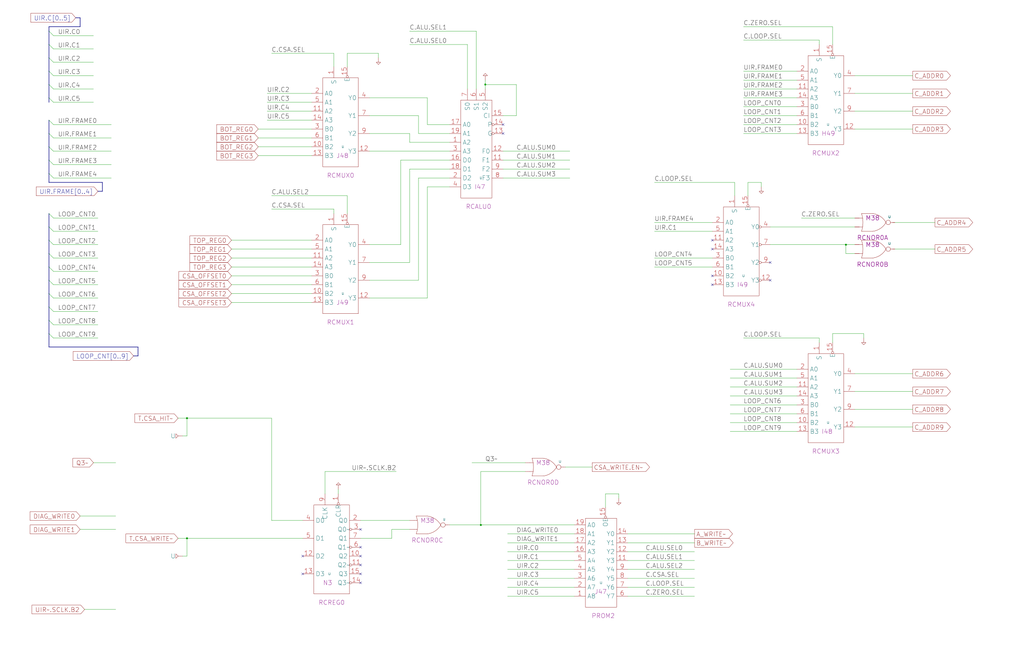
<source format=kicad_sch>
(kicad_sch (version 20220404) (generator eeschema)
  (paper "User" 584.2 378.46)
  (title_block (title "REGISTER FILE CONTROL\\nC ADDRESS GENERATION") (date "15-MAR-90") (rev "1.0") (comment 1 "TYPE") (comment 2 "232-003062") (comment 3 "S400") (comment 4 "RELEASED"))
  (lib_symbols
    (symbol "r1000:F02" (pin_numbers hide) (pin_names hide)
      (property "Reference" "U" (at 12.16 0.635 0))
      (property "Value" "F02" (at -1.27 -4.445 0))
      (property "Location" "___" (at 2.54 0 0))
      (property "Name" "______" (at 2.54 -12.7 0))
      (symbol "F02_0_1"
        (arc (start -3.81 -7.62) (mid -2.9847 -2.54) (end -3.81 2.54) (stroke (width 0.1524)))
        (polyline (pts (xy -5.08 -5.08) (xy -3.175 -5.08)) (stroke (width 0.1524)))
        (polyline (pts (xy -5.08 0) (xy -3.175 0)) (stroke (width 0.1524)))
        (polyline (pts (xy -3.81 -7.62) (xy 2.54 -7.62)) (stroke (width 0.1524)))
        (polyline (pts (xy -3.81 2.54) (xy 2.54 2.54)) (stroke (width 0.1524)))
        (polyline (pts (xy 13.97 -2.54) (xy 12.7 -2.54)) (stroke (width 0.1524)))
        (arc (start 2.54 -7.62) (mid 6.9515 -5.9823) (end 10.16 -2.54) (stroke (width 0.1524)))
        (arc (start 10.16 -2.54) (mid 6.9478 0.8966) (end 2.54 2.54) (stroke (width 0.1524)))
        (circle (center 11.43 -2.54) (radius 1.27) (stroke (width 0.1524)))
      )
      (symbol "F02_0_2"
        (circle (center -3.81 -5.08) (radius 1.27) (stroke (width 0.1524)))
        (circle (center -3.81 0) (radius 1.27) (stroke (width 0.1524)))
        (polyline (pts (xy -2.54 -7.62) (xy 5.08 -7.62)) (stroke (width 0.1524)))
        (polyline (pts (xy -2.54 2.54) (xy -2.54 -7.62)) (stroke (width 0.1524)))
        (polyline (pts (xy -2.54 2.54) (xy 5.08 2.54)) (stroke (width 0.1524)))
        (polyline (pts (xy 11.43 -2.54) (xy 10.16 -2.54)) (stroke (width 0.1524)))
        (polyline (pts (xy 11.43 -2.54) (xy 12.7 -2.54)) (stroke (width 0.1524)))
        (arc (start 5.08 -7.62) (mid 10.1282 -2.54) (end 5.08 2.54) (stroke (width 0.1524)))
      )
      (symbol "F02_1_1"
        (pin input line (at -7.62 0 0) (length 2.54) (name "D0") (number "1"))
        (pin input line (at -7.62 -5.08 0) (length 2.54) (name "D1") (number "2"))
        (pin output line (at 15.24 -2.54 180) (length 1.27) (name "Q") (number "3"))
      )
      (symbol "F02_1_2"
        (pin input line (at -7.62 0 0) (length 2.54) (name "D0") (number "1"))
        (pin input line (at -7.62 -5.08 0) (length 2.54) (name "D1") (number "2"))
        (pin output line (at 15.24 -2.54 180) (length 2.54) (name "Q") (number "3"))
      )
    )
    (symbol "r1000:F157" (pin_names (offset 1.016))
      (property "Reference" "U" (at 2.54 5.08 0))
      (property "Value" "F157" (at -3.81 -5.08 0))
      (property "Location" "___" (at -1.27 0 0))
      (property "Name" "______" (at 1.27 -12.7 0))
      (symbol "F157_1_1"
        (rectangle (start -8.89 44.45) (end 11.43 -6.35))
        (circle (center 5.08 45.085) (radius 0.635))
        (pin input line (at -2.54 50.8 270) (length 6.35) (name "S") (number "1"))
        (pin input line (at -15.24 5.08 0) (length 6.35) (name "B2") (number "10"))
        (pin input line (at -15.24 25.4 0) (length 6.35) (name "A2") (number "11"))
        (pin output line (at 17.78 2.54 180) (length 6.35) (name "Y3") (number "12"))
        (pin input line (at -15.24 0 0) (length 6.35) (name "B3") (number "13"))
        (pin input line (at -15.24 20.32 0) (length 6.35) (name "A3") (number "14"))
        (pin input line (at 5.08 50.8 270) (length 5.08) (name "E") (number "15"))
        (pin input line (at -15.24 35.56 0) (length 6.35) (name "A0") (number "2"))
        (pin input line (at -15.24 15.24 0) (length 6.35) (name "B0") (number "3"))
        (pin output line (at 17.78 33.02 180) (length 6.35) (name "Y0") (number "4"))
        (pin input line (at -15.24 30.48 0) (length 6.35) (name "A1") (number "5"))
        (pin input line (at -15.24 10.16 0) (length 6.35) (name "B1") (number "6"))
        (pin output line (at 17.78 22.86 180) (length 6.35) (name "Y1") (number "7"))
        (pin output line (at 17.78 12.7 180) (length 6.35) (name "Y2") (number "9"))
      )
    )
    (symbol "r1000:F158" (pin_names (offset 1.016))
      (property "Reference" "U" (at 2.54 5.08 0))
      (property "Value" "F158" (at -3.81 -5.08 0))
      (property "Location" "___" (at -1.27 0 0))
      (property "Name" "______" (at 1.27 -12.7 0))
      (symbol "F158_1_1"
        (rectangle (start -8.89 44.45) (end 11.43 -6.35))
        (circle (center 5.08 45.085) (radius 0.635))
        (circle (center 12.065 2.54) (radius 0.635))
        (circle (center 12.065 12.7) (radius 0.635))
        (circle (center 12.065 22.86) (radius 0.635))
        (circle (center 12.065 33.02) (radius 0.635))
        (pin input line (at -2.54 50.8 270) (length 6.35) (name "S") (number "1"))
        (pin input line (at -15.24 5.08 0) (length 6.35) (name "B2") (number "10"))
        (pin input line (at -15.24 25.4 0) (length 6.35) (name "A2") (number "11"))
        (pin output line (at 17.78 2.54 180) (length 5.08) (name "Y3") (number "12"))
        (pin input line (at -15.24 0 0) (length 6.35) (name "B3") (number "13"))
        (pin input line (at -15.24 20.32 0) (length 6.35) (name "A3") (number "14"))
        (pin input line (at 5.08 50.8 270) (length 5.08) (name "E") (number "15"))
        (pin input line (at -15.24 35.56 0) (length 6.35) (name "A0") (number "2"))
        (pin input line (at -15.24 15.24 0) (length 6.35) (name "B0") (number "3"))
        (pin output line (at 17.78 33.02 180) (length 5.08) (name "Y0") (number "4"))
        (pin input line (at -15.24 30.48 0) (length 6.35) (name "A1") (number "5"))
        (pin input line (at -15.24 10.16 0) (length 6.35) (name "B1") (number "6"))
        (pin output line (at 17.78 22.86 180) (length 5.08) (name "Y1") (number "7"))
        (pin output line (at 17.78 12.7 180) (length 5.08) (name "Y2") (number "9"))
      )
    )
    (symbol "r1000:F175" (pin_names (offset 1.016))
      (property "Reference" "U" (at 2.54 5.08 0))
      (property "Value" "F175" (at -1.27 -5.08 0))
      (property "Location" "___" (at -1.27 0 0))
      (property "Name" "______" (at 3.81 -12.7 0))
      (symbol "F175_1_1"
        (rectangle (start -6.35 44.45) (end 13.97 -6.35))
        (circle (center 7.62 45.085) (radius 0.635))
        (circle (center 14.605 0) (radius 0.635))
        (circle (center 14.605 10.16) (radius 0.635))
        (circle (center 14.605 20.32) (radius 0.635))
        (circle (center 14.605 30.48) (radius 0.635))
        (pin input line (at 7.62 50.8 270) (length 5.08) (name "CLR") (number "1"))
        (pin output line (at 20.32 15.24 180) (length 6.35) (name "Q2") (number "10"))
        (pin output line (at 20.32 10.16 180) (length 5.08) (name "Q2~") (number "11"))
        (pin input line (at -12.7 15.24 0) (length 6.35) (name "D2") (number "12"))
        (pin input line (at -12.7 5.08 0) (length 6.35) (name "D3") (number "13"))
        (pin output line (at 20.32 0 180) (length 5.08) (name "Q3~") (number "14"))
        (pin output line (at 20.32 5.08 180) (length 6.35) (name "Q3") (number "15"))
        (pin output line (at 20.32 35.56 180) (length 6.35) (name "Q0") (number "2"))
        (pin output line (at 20.32 30.48 180) (length 5.08) (name "Q0~") (number "3"))
        (pin input line (at -12.7 35.56 0) (length 6.35) (name "D0") (number "4"))
        (pin input line (at -12.7 25.4 0) (length 6.35) (name "D1") (number "5"))
        (pin output line (at 20.32 20.32 180) (length 5.08) (name "Q1~") (number "6"))
        (pin output line (at 20.32 25.4 180) (length 6.35) (name "Q1") (number "7"))
        (pin input line (at 0 50.8 270) (length 6.35) (name "CLK") (number "9"))
      )
    )
    (symbol "r1000:F381" (pin_names (offset 1.016))
      (property "Reference" "U" (at 2.54 5.08 0))
      (property "Value" "F381" (at -3.81 -5.08 0))
      (property "Location" "___" (at -1.27 0 0))
      (property "Name" "______" (at 1.27 -12.7 0))
      (symbol "F381_1_1"
        (rectangle (start -8.89 49.53) (end 8.89 -6.35))
        (circle (center 9.525 30.48) (radius 0.635))
        (circle (center 9.525 35.56) (radius 0.635))
        (pin input line (at -15.24 25.4 0) (length 6.35) (name "A2") (number "1"))
        (pin output line (at 15.24 15.24 180) (length 6.35) (name "F1") (number "11"))
        (pin output line (at 15.24 20.32 180) (length 6.35) (name "F0") (number "12"))
        (pin output line (at 15.24 30.48 180) (length 5.08) (name "G") (number "13"))
        (pin output line (at 15.24 35.56 180) (length 5.08) (name "P") (number "14"))
        (pin input line (at 15.24 40.64 180) (length 6.35) (name "CI") (number "15"))
        (pin input line (at -15.24 15.24 0) (length 6.35) (name "D0") (number "16"))
        (pin input line (at -15.24 35.56 0) (length 6.35) (name "A0") (number "17"))
        (pin input line (at -15.24 10.16 0) (length 6.35) (name "D1") (number "18"))
        (pin input line (at -15.24 30.48 0) (length 6.35) (name "A1") (number "19"))
        (pin input line (at -15.24 5.08 0) (length 6.35) (name "D2") (number "2"))
        (pin input line (at -15.24 20.32 0) (length 6.35) (name "A3") (number "3"))
        (pin input line (at -15.24 0 0) (length 6.35) (name "D3") (number "4"))
        (pin input line (at 5.08 55.88 270) (length 6.35) (name "S2") (number "5"))
        (pin input line (at 0 55.88 270) (length 6.35) (name "S1") (number "6"))
        (pin input line (at -5.08 55.88 270) (length 6.35) (name "S0") (number "7"))
        (pin output line (at 15.24 5.08 180) (length 6.35) (name "F3") (number "8"))
        (pin output line (at 15.24 10.16 180) (length 6.35) (name "F2") (number "9"))
      )
    )
    (symbol "r1000:GB" (pin_numbers hide) (pin_names (offset 0) hide)
      (property "Reference" "GB" (at 3.81 0 0))
      (symbol "GB_0_1"
        (polyline (pts (xy 2.54 0) (xy 3.81 1.27) (xy 3.81 -1.27) (xy 2.54 0)) (stroke (width 0.1524)))
      )
      (symbol "GB_1_1"
        (pin bidirectional line (at 0 0 0) (length 2.54) (name "") (number "1"))
      )
    )
    (symbol "r1000:PAxxx" (pin_names (offset 1.016))
      (property "Reference" "U" (at 2.54 5.08 0))
      (property "Value" "PAxxx" (at -3.81 -7.62 0))
      (property "Location" "___" (at -1.27 0 0))
      (property "Name" "______" (at 3.81 -15.24 0))
      (symbol "PAxxx_1_1"
        (rectangle (start -6.35 41.91) (end 11.43 -8.89))
        (circle (center 5.08 42.545) (radius 0.635))
        (pin input line (at -12.7 -2.54 0) (length 6.35) (name "A8") (number "1"))
        (pin tri_state line (at 17.78 17.78 180) (length 6.35) (name "Y3") (number "11"))
        (pin tri_state line (at 17.78 22.86 180) (length 6.35) (name "Y2") (number "12"))
        (pin tri_state line (at 17.78 27.94 180) (length 6.35) (name "Y1") (number "13"))
        (pin tri_state line (at 17.78 33.02 180) (length 6.35) (name "Y0") (number "14"))
        (pin input line (at 5.08 48.26 270) (length 5.08) (name "OE") (number "15"))
        (pin input line (at -12.7 22.86 0) (length 6.35) (name "A3") (number "16"))
        (pin input line (at -12.7 27.94 0) (length 6.35) (name "A2") (number "17"))
        (pin input line (at -12.7 33.02 0) (length 6.35) (name "A1") (number "18"))
        (pin input line (at -12.7 38.1 0) (length 6.35) (name "A0") (number "19"))
        (pin input line (at -12.7 2.54 0) (length 6.35) (name "A7") (number "2"))
        (pin input line (at -12.7 7.62 0) (length 6.35) (name "A6") (number "3"))
        (pin input line (at -12.7 12.7 0) (length 6.35) (name "A5") (number "4"))
        (pin input line (at -12.7 17.78 0) (length 6.35) (name "A4") (number "5"))
        (pin tri_state line (at 17.78 -2.54 180) (length 6.35) (name "Y7") (number "6"))
        (pin tri_state line (at 17.78 2.54 180) (length 6.35) (name "Y6") (number "7"))
        (pin tri_state line (at 17.78 7.62 180) (length 6.35) (name "Y5") (number "8"))
        (pin tri_state line (at 17.78 12.7 180) (length 6.35) (name "Y4") (number "9"))
      )
    )
    (symbol "r1000:PD" (power) (pin_numbers hide) (pin_names hide) (in_bom no)
      (symbol "PD_0_1"
        (polyline (pts (xy 0 -2.54) (xy 1.27 -2.54) (xy 0 -3.81) (xy -1.27 -2.54) (xy 0 -2.54)) (stroke (width 0.1524)))
      )
      (symbol "PD_1_1"
        (pin power_in line (at 0 0 270) (length 2.54) (name "PD") (number "1"))
      )
    )
    (symbol "r1000:PU" (power) (pin_numbers hide) (pin_names hide)
      (symbol "PU_0_1"
        (polyline (pts (xy 0 2.54) (xy -1.27 2.54) (xy 0 3.81) (xy 1.27 2.54) (xy 0 2.54)) (stroke (width 0.1524)))
      )
      (symbol "PU_1_1"
        (pin power_in line (at 0 0 90) (length 2.54) (name "PU") (number "1"))
      )
    )
  )
  (junction (at 274.32 299.72))
  (junction (at 482.6 139.7))
  (junction (at 106.68 307.34))
  (junction (at 106.68 238.76))
  (junction (at 276.86 48.26))
  (no_connect (at 406.4 162.56))
  (no_connect (at 439.42 160.02))
  (no_connect (at 205.74 302.26))
  (no_connect (at 205.74 327.66))
  (no_connect (at 287.02 71.12))
  (no_connect (at 172.72 317.5))
  (no_connect (at 205.74 312.42))
  (no_connect (at 205.74 332.74))
  (no_connect (at 205.74 317.5))
  (no_connect (at 406.4 157.48))
  (no_connect (at 172.72 327.66))
  (no_connect (at 205.74 322.58))
  (no_connect (at 406.4 137.16))
  (no_connect (at 439.42 149.86))
  (no_connect (at 287.02 76.2))
  (no_connect (at 406.4 142.24))
  (bus_entry (at 27.94 121.92) (size 2.54 2.54))
  (bus_entry (at 27.94 167.64) (size 2.54 2.54))
  (bus_entry (at 27.94 190.5) (size 2.54 2.54))
  (bus_entry (at 27.94 25.4) (size 2.54 2.54))
  (bus_entry (at 27.94 40.64) (size 2.54 2.54))
  (bus_entry (at 27.94 48.26) (size 2.54 2.54))
  (bus_entry (at 27.94 182.88) (size 2.54 2.54))
  (bus_entry (at 27.94 17.78) (size 2.54 2.54))
  (bus_entry (at 27.94 129.54) (size 2.54 2.54))
  (bus_entry (at 27.94 33.02) (size 2.54 2.54))
  (bus_entry (at 27.94 160.02) (size 2.54 2.54))
  (bus_entry (at 27.94 55.88) (size 2.54 2.54))
  (bus_entry (at 27.94 144.78) (size 2.54 2.54))
  (bus_entry (at 27.94 152.4) (size 2.54 2.54))
  (bus_entry (at 27.94 137.16) (size 2.54 2.54))
  (bus_entry (at 27.94 68.58) (size 2.54 2.54))
  (bus_entry (at 27.94 83.82) (size 2.54 2.54))
  (bus_entry (at 27.94 91.44) (size 2.54 2.54))
  (bus_entry (at 27.94 99.06) (size 2.54 2.54))
  (bus_entry (at 27.94 76.2) (size 2.54 2.54))
  (bus_entry (at 27.94 175.26) (size 2.54 2.54))
  (wire (pts (xy 373.38 132.08) (xy 406.4 132.08)))
  (wire (pts (xy 45.72 294.64) (xy 66.04 294.64)))
  (wire (pts (xy 287.02 91.44) (xy 325.12 91.44)))
  (wire (pts (xy 210.82 139.7) (xy 228.6 139.7)))
  (wire (pts (xy 147.32 73.66) (xy 177.8 73.66)))
  (wire (pts (xy 274.32 299.72) (xy 327.66 299.72)))
  (bus (pts (xy 45.72 15.24) (xy 27.94 15.24)))
  (wire (pts (xy 48.26 347.98) (xy 66.04 347.98)))
  (wire (pts (xy 474.98 190.5) (xy 492.76 190.5)))
  (wire (pts (xy 30.48 50.8) (xy 53.34 50.8)))
  (bus (pts (xy 27.94 33.02) (xy 27.94 40.64)))
  (wire (pts (xy 30.48 71.12) (xy 63.5 71.12)))
  (wire (pts (xy 289.56 325.12) (xy 327.66 325.12)))
  (wire (pts (xy 228.6 91.44) (xy 256.54 91.44)))
  (wire (pts (xy 294.64 48.26) (xy 276.86 48.26)))
  (wire (pts (xy 419.1 111.76) (xy 419.1 104.14)))
  (wire (pts (xy 238.76 66.04) (xy 238.76 76.2)))
  (bus (pts (xy 27.94 167.64) (xy 27.94 175.26)))
  (wire (pts (xy 510.54 127) (xy 533.4 127)))
  (wire (pts (xy 416.56 215.9) (xy 454.66 215.9)))
  (wire (pts (xy 132.08 137.16) (xy 177.8 137.16)))
  (wire (pts (xy 233.68 81.28) (xy 233.68 76.2)))
  (wire (pts (xy 30.48 147.32) (xy 55.88 147.32)))
  (wire (pts (xy 30.48 154.94) (xy 55.88 154.94)))
  (wire (pts (xy 289.56 330.2) (xy 327.66 330.2)))
  (bus (pts (xy 78.74 198.12) (xy 27.94 198.12)))
  (wire (pts (xy 373.38 127) (xy 406.4 127)))
  (wire (pts (xy 243.84 106.68) (xy 243.84 170.18)))
  (wire (pts (xy 215.9 30.48) (xy 198.12 30.48)))
  (wire (pts (xy 30.48 20.32) (xy 53.34 20.32)))
  (wire (pts (xy 492.76 190.5) (xy 492.76 193.04)))
  (wire (pts (xy 154.94 297.18) (xy 172.72 297.18)))
  (wire (pts (xy 101.6 307.34) (xy 106.68 307.34)))
  (wire (pts (xy 30.48 132.08) (xy 55.88 132.08)))
  (wire (pts (xy 238.76 160.02) (xy 238.76 101.6)))
  (wire (pts (xy 487.68 63.5) (xy 520.7 63.5)))
  (wire (pts (xy 289.56 309.88) (xy 327.66 309.88)))
  (wire (pts (xy 276.86 48.26) (xy 276.86 50.8)))
  (bus (pts (xy 27.94 76.2) (xy 27.94 83.82)))
  (bus (pts (xy 58.42 109.22) (xy 58.42 104.14)))
  (bus (pts (xy 27.94 99.06) (xy 27.94 104.14)))
  (wire (pts (xy 185.42 281.94) (xy 185.42 269.24)))
  (wire (pts (xy 215.9 33.02) (xy 215.9 30.48)))
  (wire (pts (xy 193.04 279.4) (xy 193.04 281.94)))
  (wire (pts (xy 416.56 231.14) (xy 454.66 231.14)))
  (wire (pts (xy 487.68 223.52) (xy 520.7 223.52)))
  (wire (pts (xy 223.52 302.26) (xy 223.52 307.34)))
  (wire (pts (xy 373.38 152.4) (xy 406.4 152.4)))
  (wire (pts (xy 228.6 139.7) (xy 228.6 91.44)))
  (bus (pts (xy 76.2 203.2) (xy 78.74 203.2)))
  (bus (pts (xy 27.94 91.44) (xy 27.94 99.06)))
  (wire (pts (xy 243.84 55.88) (xy 210.82 55.88)))
  (wire (pts (xy 30.48 86.36) (xy 63.5 86.36)))
  (wire (pts (xy 424.18 40.64) (xy 454.66 40.64)))
  (wire (pts (xy 256.54 106.68) (xy 243.84 106.68)))
  (wire (pts (xy 510.54 142.24) (xy 533.4 142.24)))
  (wire (pts (xy 132.08 172.72) (xy 177.8 172.72)))
  (wire (pts (xy 487.68 73.66) (xy 520.7 73.66)))
  (bus (pts (xy 27.94 48.26) (xy 27.94 55.88)))
  (wire (pts (xy 30.48 78.74) (xy 63.5 78.74)))
  (wire (pts (xy 424.18 50.8) (xy 454.66 50.8)))
  (bus (pts (xy 27.94 83.82) (xy 27.94 91.44)))
  (wire (pts (xy 266.7 50.8) (xy 266.7 25.4)))
  (bus (pts (xy 27.94 175.26) (xy 27.94 182.88)))
  (wire (pts (xy 467.36 22.86) (xy 424.18 22.86)))
  (wire (pts (xy 53.34 264.16) (xy 66.04 264.16)))
  (wire (pts (xy 274.32 299.72) (xy 274.32 269.24)))
  (wire (pts (xy 256.54 299.72) (xy 274.32 299.72)))
  (wire (pts (xy 487.68 43.18) (xy 520.7 43.18)))
  (wire (pts (xy 416.56 241.3) (xy 454.66 241.3)))
  (wire (pts (xy 132.08 162.56) (xy 177.8 162.56)))
  (wire (pts (xy 416.56 220.98) (xy 454.66 220.98)))
  (wire (pts (xy 238.76 101.6) (xy 256.54 101.6)))
  (wire (pts (xy 30.48 139.7) (xy 55.88 139.7)))
  (wire (pts (xy 190.5 38.1) (xy 190.5 30.48)))
  (wire (pts (xy 190.5 121.92) (xy 190.5 119.38)))
  (wire (pts (xy 271.78 17.78) (xy 233.68 17.78)))
  (wire (pts (xy 223.52 307.34) (xy 205.74 307.34)))
  (wire (pts (xy 147.32 88.9) (xy 177.8 88.9)))
  (wire (pts (xy 289.56 304.8) (xy 327.66 304.8)))
  (wire (pts (xy 106.68 307.34) (xy 172.72 307.34)))
  (wire (pts (xy 30.48 43.18) (xy 53.34 43.18)))
  (wire (pts (xy 424.18 55.88) (xy 454.66 55.88)))
  (wire (pts (xy 474.98 25.4) (xy 474.98 15.24)))
  (wire (pts (xy 30.48 193.04) (xy 55.88 193.04)))
  (wire (pts (xy 424.18 45.72) (xy 454.66 45.72)))
  (wire (pts (xy 358.14 314.96) (xy 396.24 314.96)))
  (wire (pts (xy 287.02 101.6) (xy 325.12 101.6)))
  (wire (pts (xy 210.82 160.02) (xy 238.76 160.02)))
  (wire (pts (xy 233.68 149.86) (xy 210.82 149.86)))
  (wire (pts (xy 289.56 320.04) (xy 327.66 320.04)))
  (wire (pts (xy 30.48 101.6) (xy 63.5 101.6)))
  (wire (pts (xy 198.12 30.48) (xy 198.12 38.1)))
  (wire (pts (xy 152.4 58.42) (xy 177.8 58.42)))
  (wire (pts (xy 289.56 314.96) (xy 327.66 314.96)))
  (wire (pts (xy 467.36 25.4) (xy 467.36 22.86)))
  (wire (pts (xy 457.2 124.46) (xy 487.68 124.46)))
  (wire (pts (xy 154.94 238.76) (xy 154.94 297.18)))
  (wire (pts (xy 416.56 236.22) (xy 454.66 236.22)))
  (wire (pts (xy 152.4 68.58) (xy 177.8 68.58)))
  (wire (pts (xy 132.08 152.4) (xy 177.8 152.4)))
  (wire (pts (xy 487.68 243.84) (xy 520.7 243.84)))
  (wire (pts (xy 106.68 238.76) (xy 154.94 238.76)))
  (wire (pts (xy 294.64 66.04) (xy 294.64 48.26)))
  (wire (pts (xy 104.14 248.92) (xy 106.68 248.92)))
  (wire (pts (xy 30.48 93.98) (xy 63.5 93.98)))
  (wire (pts (xy 487.68 213.36) (xy 520.7 213.36)))
  (wire (pts (xy 210.82 86.36) (xy 256.54 86.36)))
  (wire (pts (xy 132.08 147.32) (xy 177.8 147.32)))
  (bus (pts (xy 55.88 109.22) (xy 58.42 109.22)))
  (wire (pts (xy 30.48 124.46) (xy 55.88 124.46)))
  (wire (pts (xy 30.48 27.94) (xy 53.34 27.94)))
  (wire (pts (xy 439.42 129.54) (xy 487.68 129.54)))
  (wire (pts (xy 210.82 66.04) (xy 238.76 66.04)))
  (bus (pts (xy 58.42 104.14) (xy 27.94 104.14)))
  (wire (pts (xy 190.5 119.38) (xy 154.94 119.38)))
  (bus (pts (xy 45.72 10.16) (xy 45.72 15.24)))
  (wire (pts (xy 416.56 246.38) (xy 454.66 246.38)))
  (wire (pts (xy 482.6 139.7) (xy 487.68 139.7)))
  (wire (pts (xy 353.06 284.48) (xy 353.06 281.94)))
  (wire (pts (xy 198.12 111.76) (xy 154.94 111.76)))
  (bus (pts (xy 27.94 17.78) (xy 27.94 25.4)))
  (wire (pts (xy 30.48 185.42) (xy 55.88 185.42)))
  (wire (pts (xy 487.68 144.78) (xy 482.6 144.78)))
  (wire (pts (xy 30.48 162.56) (xy 55.88 162.56)))
  (wire (pts (xy 416.56 210.82) (xy 454.66 210.82)))
  (bus (pts (xy 27.94 40.64) (xy 27.94 48.26)))
  (wire (pts (xy 358.14 330.2) (xy 396.24 330.2)))
  (wire (pts (xy 147.32 83.82) (xy 177.8 83.82)))
  (wire (pts (xy 104.14 317.5) (xy 106.68 317.5)))
  (bus (pts (xy 78.74 203.2) (xy 78.74 198.12)))
  (wire (pts (xy 373.38 147.32) (xy 406.4 147.32)))
  (bus (pts (xy 43.18 10.16) (xy 45.72 10.16)))
  (wire (pts (xy 358.14 335.28) (xy 396.24 335.28)))
  (wire (pts (xy 256.54 96.52) (xy 233.68 96.52)))
  (wire (pts (xy 482.6 144.78) (xy 482.6 139.7)))
  (wire (pts (xy 30.48 170.18) (xy 55.88 170.18)))
  (wire (pts (xy 132.08 157.48) (xy 177.8 157.48)))
  (wire (pts (xy 419.1 104.14) (xy 373.38 104.14)))
  (wire (pts (xy 353.06 281.94) (xy 345.44 281.94)))
  (wire (pts (xy 243.84 71.12) (xy 243.84 55.88)))
  (bus (pts (xy 27.94 55.88) (xy 27.94 58.42)))
  (bus (pts (xy 27.94 25.4) (xy 27.94 33.02)))
  (wire (pts (xy 233.68 76.2) (xy 210.82 76.2)))
  (wire (pts (xy 152.4 63.5) (xy 177.8 63.5)))
  (wire (pts (xy 426.72 104.14) (xy 434.34 104.14)))
  (wire (pts (xy 132.08 142.24) (xy 177.8 142.24)))
  (wire (pts (xy 345.44 281.94) (xy 345.44 289.56)))
  (wire (pts (xy 439.42 139.7) (xy 482.6 139.7)))
  (wire (pts (xy 358.14 320.04) (xy 396.24 320.04)))
  (wire (pts (xy 243.84 170.18) (xy 210.82 170.18)))
  (bus (pts (xy 27.94 182.88) (xy 27.94 190.5)))
  (wire (pts (xy 274.32 269.24) (xy 299.72 269.24)))
  (bus (pts (xy 27.94 129.54) (xy 27.94 137.16)))
  (bus (pts (xy 27.94 68.58) (xy 27.94 76.2)))
  (wire (pts (xy 424.18 71.12) (xy 454.66 71.12)))
  (wire (pts (xy 474.98 195.58) (xy 474.98 190.5)))
  (wire (pts (xy 152.4 53.34) (xy 177.8 53.34)))
  (wire (pts (xy 256.54 81.28) (xy 233.68 81.28)))
  (wire (pts (xy 106.68 317.5) (xy 106.68 307.34)))
  (bus (pts (xy 27.94 15.24) (xy 27.94 17.78)))
  (bus (pts (xy 27.94 160.02) (xy 27.94 167.64)))
  (wire (pts (xy 106.68 248.92) (xy 106.68 238.76)))
  (bus (pts (xy 27.94 137.16) (xy 27.94 144.78)))
  (wire (pts (xy 30.48 58.42) (xy 53.34 58.42)))
  (wire (pts (xy 233.68 96.52) (xy 233.68 149.86)))
  (wire (pts (xy 198.12 121.92) (xy 198.12 111.76)))
  (wire (pts (xy 426.72 111.76) (xy 426.72 104.14)))
  (wire (pts (xy 289.56 335.28) (xy 327.66 335.28)))
  (wire (pts (xy 101.6 238.76) (xy 106.68 238.76)))
  (wire (pts (xy 205.74 297.18) (xy 233.68 297.18)))
  (wire (pts (xy 190.5 30.48) (xy 154.94 30.48)))
  (wire (pts (xy 424.18 66.04) (xy 454.66 66.04)))
  (wire (pts (xy 289.56 340.36) (xy 327.66 340.36)))
  (wire (pts (xy 358.14 304.8) (xy 396.24 304.8)))
  (wire (pts (xy 487.68 53.34) (xy 520.7 53.34)))
  (wire (pts (xy 271.78 50.8) (xy 271.78 17.78)))
  (wire (pts (xy 30.48 35.56) (xy 53.34 35.56)))
  (wire (pts (xy 287.02 66.04) (xy 294.64 66.04)))
  (wire (pts (xy 358.14 340.36) (xy 396.24 340.36)))
  (wire (pts (xy 358.14 309.88) (xy 396.24 309.88)))
  (wire (pts (xy 276.86 45.72) (xy 276.86 48.26)))
  (wire (pts (xy 238.76 76.2) (xy 256.54 76.2)))
  (wire (pts (xy 233.68 302.26) (xy 223.52 302.26)))
  (wire (pts (xy 322.58 266.7) (xy 337.82 266.7)))
  (bus (pts (xy 27.94 121.92) (xy 27.94 129.54)))
  (wire (pts (xy 424.18 76.2) (xy 454.66 76.2)))
  (wire (pts (xy 467.36 195.58) (xy 467.36 193.04)))
  (wire (pts (xy 45.72 302.26) (xy 66.04 302.26)))
  (wire (pts (xy 266.7 25.4) (xy 233.68 25.4)))
  (wire (pts (xy 416.56 226.06) (xy 454.66 226.06)))
  (wire (pts (xy 185.42 269.24) (xy 226.06 269.24)))
  (wire (pts (xy 487.68 233.68) (xy 520.7 233.68)))
  (wire (pts (xy 269.24 264.16) (xy 299.72 264.16)))
  (wire (pts (xy 434.34 104.14) (xy 434.34 106.68)))
  (wire (pts (xy 467.36 193.04) (xy 424.18 193.04)))
  (wire (pts (xy 358.14 325.12) (xy 396.24 325.12)))
  (wire (pts (xy 256.54 71.12) (xy 243.84 71.12)))
  (wire (pts (xy 474.98 15.24) (xy 424.18 15.24)))
  (wire (pts (xy 132.08 167.64) (xy 177.8 167.64)))
  (wire (pts (xy 424.18 60.96) (xy 454.66 60.96)))
  (wire (pts (xy 287.02 86.36) (xy 325.12 86.36)))
  (wire (pts (xy 147.32 78.74) (xy 177.8 78.74)))
  (wire (pts (xy 287.02 96.52) (xy 325.12 96.52)))
  (bus (pts (xy 27.94 152.4) (xy 27.94 160.02)))
  (bus (pts (xy 27.94 144.78) (xy 27.94 152.4)))
  (wire (pts (xy 30.48 177.8) (xy 55.88 177.8)))
  (bus (pts (xy 27.94 190.5) (xy 27.94 198.12)))
  (label "UIR.C3" (at 294.64 330.2 0) (effects (font (size 2.54 2.54))))
  (label "C.CSA.SEL" (at 154.94 119.38 0) (effects (font (size 2.54 2.54))))
  (label "UIR.C1" (at 373.38 132.08 0) (effects (font (size 2.54 2.54))))
  (label "C.ALU.SEL2" (at 368.3 325.12 0) (effects (font (size 2.54 2.54))))
  (label "LOOP_CNT5" (at 33.02 162.56 0) (effects (font (size 2.54 2.54))))
  (label "LOOP_CNT3" (at 424.18 76.2 0) (effects (font (size 2.54 2.54))))
  (label "UIR.C1" (at 33.02 27.94 0) (effects (font (size 2.54 2.54))))
  (label "C.CSA.SEL" (at 154.94 30.48 0) (effects (font (size 2.54 2.54))))
  (label "C.ALU.SUM2" (at 294.64 96.52 0) (effects (font (size 2.54 2.54))))
  (label "UIR.FRAME4" (at 33.02 101.6 0) (effects (font (size 2.54 2.54))))
  (label "LOOP_CNT1" (at 33.02 132.08 0) (effects (font (size 2.54 2.54))))
  (label "C.LOOP.SEL" (at 424.18 22.86 0) (effects (font (size 2.54 2.54))))
  (label "UIR.C2" (at 152.4 53.34 0) (effects (font (size 2.54 2.54))))
  (label "UIR.C0" (at 33.02 20.32 0) (effects (font (size 2.54 2.54))))
  (label "LOOP_CNT2" (at 424.18 71.12 0) (effects (font (size 2.54 2.54))))
  (label "UIR.C2" (at 294.64 325.12 0) (effects (font (size 2.54 2.54))))
  (label "LOOP_CNT0" (at 33.02 124.46 0) (effects (font (size 2.54 2.54))))
  (label "UIR.FRAME2" (at 33.02 86.36 0) (effects (font (size 2.54 2.54))))
  (label "C.ALU.SUM1" (at 294.64 91.44 0) (effects (font (size 2.54 2.54))))
  (label "LOOP_CNT7" (at 424.18 236.22 0) (effects (font (size 2.54 2.54))))
  (label "UIR.C4" (at 33.02 50.8 0) (effects (font (size 2.54 2.54))))
  (label "UIR.FRAME4" (at 373.38 127 0) (effects (font (size 2.54 2.54))))
  (label "C.ZERO.SEL" (at 424.18 15.24 0) (effects (font (size 2.54 2.54))))
  (label "UIR.FRAME1" (at 33.02 78.74 0) (effects (font (size 2.54 2.54))))
  (label "UIR.FRAME3" (at 33.02 93.98 0) (effects (font (size 2.54 2.54))))
  (label "LOOP_CNT8" (at 424.18 241.3 0) (effects (font (size 2.54 2.54))))
  (label "LOOP_CNT6" (at 424.18 231.14 0) (effects (font (size 2.54 2.54))))
  (label "UIR.C3" (at 33.02 43.18 0) (effects (font (size 2.54 2.54))))
  (label "C.ALU.SUM0" (at 424.18 210.82 0) (effects (font (size 2.54 2.54))))
  (label "C.CSA.SEL" (at 368.3 330.2 0) (effects (font (size 2.54 2.54))))
  (label "LOOP_CNT3" (at 33.02 147.32 0) (effects (font (size 2.54 2.54))))
  (label "C.ALU.SEL2" (at 154.94 111.76 0) (effects (font (size 2.54 2.54))))
  (label "UIR.C5" (at 33.02 58.42 0) (effects (font (size 2.54 2.54))))
  (label "UIR.C2" (at 33.02 35.56 0) (effects (font (size 2.54 2.54))))
  (label "LOOP_CNT2" (at 33.02 139.7 0) (effects (font (size 2.54 2.54))))
  (label "UIR.C5" (at 152.4 68.58 0) (effects (font (size 2.54 2.54))))
  (label "UIR.FRAME0" (at 424.18 40.64 0) (effects (font (size 2.54 2.54))))
  (label "LOOP_CNT1" (at 424.18 66.04 0) (effects (font (size 2.54 2.54))))
  (label "UIR.FRAME2" (at 424.18 50.8 0) (effects (font (size 2.54 2.54))))
  (label "DIAG_WRITE0" (at 294.64 304.8 0) (effects (font (size 2.54 2.54))))
  (label "C.LOOP.SEL" (at 373.38 104.14 0) (effects (font (size 2.54 2.54))))
  (label "DIAG_WRITE1" (at 294.64 309.88 0) (effects (font (size 2.54 2.54))))
  (label "C.ALU.SEL1" (at 233.68 17.78 0) (effects (font (size 2.54 2.54))))
  (label "C.ZERO.SEL" (at 457.2 124.46 0) (effects (font (size 2.54 2.54))))
  (label "C.ALU.SUM1" (at 424.18 215.9 0) (effects (font (size 2.54 2.54))))
  (label "UIR.FRAME1" (at 424.18 45.72 0) (effects (font (size 2.54 2.54))))
  (label "UIR.C5" (at 294.64 340.36 0) (effects (font (size 2.54 2.54))))
  (label "C.ALU.SUM0" (at 294.64 86.36 0) (effects (font (size 2.54 2.54))))
  (label "LOOP_CNT4" (at 373.38 147.32 0) (effects (font (size 2.54 2.54))))
  (label "C.ZERO.SEL" (at 368.3 340.36 0) (effects (font (size 2.54 2.54))))
  (label "UIR~.SCLK.B2" (at 200.66 269.24 0) (effects (font (size 2.54 2.54))))
  (label "C.ALU.SEL0" (at 368.3 314.96 0) (effects (font (size 2.54 2.54))))
  (label "C.ALU.SUM2" (at 424.18 220.98 0) (effects (font (size 2.54 2.54))))
  (label "LOOP_CNT4" (at 33.02 154.94 0) (effects (font (size 2.54 2.54))))
  (label "UIR.C3" (at 152.4 58.42 0) (effects (font (size 2.54 2.54))))
  (label "UIR.C1" (at 294.64 320.04 0) (effects (font (size 2.54 2.54))))
  (label "C.LOOP.SEL" (at 368.3 335.28 0) (effects (font (size 2.54 2.54))))
  (label "LOOP_CNT9" (at 33.02 193.04 0) (effects (font (size 2.54 2.54))))
  (label "C.ALU.SEL0" (at 233.68 25.4 0) (effects (font (size 2.54 2.54))))
  (label "LOOP_CNT9" (at 424.18 246.38 0) (effects (font (size 2.54 2.54))))
  (label "LOOP_CNT7" (at 33.02 177.8 0) (effects (font (size 2.54 2.54))))
  (label "LOOP_CNT8" (at 33.02 185.42 0) (effects (font (size 2.54 2.54))))
  (label "UIR.C4" (at 152.4 63.5 0) (effects (font (size 2.54 2.54))))
  (label "UIR.C4" (at 294.64 335.28 0) (effects (font (size 2.54 2.54))))
  (label "UIR.FRAME3" (at 424.18 55.88 0) (effects (font (size 2.54 2.54))))
  (label "C.ALU.SEL1" (at 368.3 320.04 0) (effects (font (size 2.54 2.54))))
  (label "LOOP_CNT6" (at 33.02 170.18 0) (effects (font (size 2.54 2.54))))
  (label "UIR.C0" (at 294.64 314.96 0) (effects (font (size 2.54 2.54))))
  (label "LOOP_CNT5" (at 373.38 152.4 0) (effects (font (size 2.54 2.54))))
  (label "C.LOOP.SEL" (at 424.18 193.04 0) (effects (font (size 2.54 2.54))))
  (label "C.ALU.SUM3" (at 424.18 226.06 0) (effects (font (size 2.54 2.54))))
  (label "UIR.FRAME0" (at 33.02 71.12 0) (effects (font (size 2.54 2.54))))
  (label "C.ALU.SUM3" (at 294.64 101.6 0) (effects (font (size 2.54 2.54))))
  (label "LOOP_CNT0" (at 424.18 60.96 0) (effects (font (size 2.54 2.54))))
  (label "Q3~" (at 276.86 264.16 0) (effects (font (size 2.54 2.54))))
  (global_label "C_ADDR9" (shape output) (at 520.7 243.84 0) (effects (font (size 2.54 2.54))) (property "Intersheet References" "${INTERSHEET_REFS}" (at 542.2174 243.6813 0) (effects (font (size 1.905 1.905)) (justify left))))
  (global_label "BOT_REG2" (shape input) (at 147.32 83.82 180) (effects (font (size 2.54 2.54))) (property "Intersheet References" "${INTERSHEET_REFS}" (at 123.6254 83.6613 0) (effects (font (size 1.905 1.905)) (justify right))))
  (global_label "C_ADDR5" (shape output) (at 533.4 142.24 0) (effects (font (size 2.54 2.54))) (property "Intersheet References" "${INTERSHEET_REFS}" (at 554.9174 142.0813 0) (effects (font (size 1.905 1.905)) (justify left))))
  (global_label "DIAG_WRITE1" (shape input) (at 45.72 302.26 180) (effects (font (size 2.54 2.54))) (property "Intersheet References" "${INTERSHEET_REFS}" (at 17.1873 302.1013 0) (effects (font (size 1.905 1.905)) (justify right))))
  (global_label "CSA_WRITE.EN~" (shape output) (at 337.82 266.7 0) (effects (font (size 2.54 2.54))) (property "Intersheet References" "${INTERSHEET_REFS}" (at 370.586 266.5413 0) (effects (font (size 1.905 1.905)) (justify left))))
  (global_label "CSA_OFFSET1" (shape input) (at 132.08 162.56 180) (effects (font (size 2.54 2.54))) (property "Intersheet References" "${INTERSHEET_REFS}" (at 102.0959 162.4013 0) (effects (font (size 1.905 1.905)) (justify right))))
  (global_label "CSA_OFFSET0" (shape input) (at 132.08 157.48 180) (effects (font (size 2.54 2.54))) (property "Intersheet References" "${INTERSHEET_REFS}" (at 102.0959 157.3213 0) (effects (font (size 1.905 1.905)) (justify right))))
  (global_label "UIR.FRAME[0..4]" (shape input) (at 55.88 109.22 180) (effects (font (size 2.54 2.54))) (property "Intersheet References" "${INTERSHEET_REFS}" (at 20.695 109.0613 0) (effects (font (size 1.905 1.905)) (justify right))))
  (global_label "BOT_REG1" (shape input) (at 147.32 78.74 180) (effects (font (size 2.54 2.54))) (property "Intersheet References" "${INTERSHEET_REFS}" (at 123.6254 78.5813 0) (effects (font (size 1.905 1.905)) (justify right))))
  (global_label "UIR.C[0..5]" (shape input) (at 43.18 10.16 180) (effects (font (size 2.54 2.54))) (property "Intersheet References" "${INTERSHEET_REFS}" (at 17.5502 10.0013 0) (effects (font (size 1.905 1.905)) (justify right))))
  (global_label "C_ADDR8" (shape output) (at 520.7 233.68 0) (effects (font (size 2.54 2.54))) (property "Intersheet References" "${INTERSHEET_REFS}" (at 542.2174 233.5213 0) (effects (font (size 1.905 1.905)) (justify left))))
  (global_label "LOOP_CNT[0..9]" (shape input) (at 76.2 203.2 180) (effects (font (size 2.54 2.54))) (property "Intersheet References" "${INTERSHEET_REFS}" (at 41.7407 203.0413 0) (effects (font (size 1.905 1.905)) (justify right))))
  (global_label "BOT_REG0" (shape input) (at 147.32 73.66 180) (effects (font (size 2.54 2.54))) (property "Intersheet References" "${INTERSHEET_REFS}" (at 123.6254 73.5013 0) (effects (font (size 1.905 1.905)) (justify right))))
  (global_label "Q3~" (shape input) (at 53.34 264.16 180) (effects (font (size 2.54 2.54))) (property "Intersheet References" "${INTERSHEET_REFS}" (at 35.4511 264.0013 0) (effects (font (size 1.905 1.905)) (justify right))))
  (global_label "CSA_OFFSET3" (shape input) (at 132.08 172.72 180) (effects (font (size 2.54 2.54))) (property "Intersheet References" "${INTERSHEET_REFS}" (at 102.0959 172.5613 0) (effects (font (size 1.905 1.905)) (justify right))))
  (global_label "T.CSA_WRITE~" (shape input) (at 101.6 307.34 180) (effects (font (size 2.54 2.54))) (property "Intersheet References" "${INTERSHEET_REFS}" (at 71.8578 307.1813 0) (effects (font (size 1.905 1.905)) (justify right))))
  (global_label "CSA_OFFSET2" (shape input) (at 132.08 167.64 180) (effects (font (size 2.54 2.54))) (property "Intersheet References" "${INTERSHEET_REFS}" (at 102.0959 167.4813 0) (effects (font (size 1.905 1.905)) (justify right))))
  (global_label "C_ADDR1" (shape output) (at 520.7 53.34 0) (effects (font (size 2.54 2.54))) (property "Intersheet References" "${INTERSHEET_REFS}" (at 542.2174 53.1813 0) (effects (font (size 1.905 1.905)) (justify left))))
  (global_label "TOP_REG3" (shape input) (at 132.08 152.4 180) (effects (font (size 2.54 2.54))) (property "Intersheet References" "${INTERSHEET_REFS}" (at 108.3854 152.2413 0) (effects (font (size 1.905 1.905)) (justify right))))
  (global_label "C_ADDR2" (shape output) (at 520.7 63.5 0) (effects (font (size 2.54 2.54))) (property "Intersheet References" "${INTERSHEET_REFS}" (at 542.2174 63.3413 0) (effects (font (size 1.905 1.905)) (justify left))))
  (global_label "DIAG_WRITE0" (shape input) (at 45.72 294.64 180) (effects (font (size 2.54 2.54))) (property "Intersheet References" "${INTERSHEET_REFS}" (at 19.1226 294.4813 0) (effects (font (size 1.905 1.905)) (justify right))))
  (global_label "T.CSA_HIT~" (shape input) (at 101.6 238.76 180) (effects (font (size 2.54 2.54))) (property "Intersheet References" "${INTERSHEET_REFS}" (at 76.9378 238.6013 0) (effects (font (size 1.905 1.905)) (justify right))))
  (global_label "C_ADDR0" (shape output) (at 520.7 43.18 0) (effects (font (size 2.54 2.54))) (property "Intersheet References" "${INTERSHEET_REFS}" (at 542.2174 43.0213 0) (effects (font (size 1.905 1.905)) (justify left))))
  (global_label "TOP_REG1" (shape input) (at 132.08 142.24 180) (effects (font (size 2.54 2.54))) (property "Intersheet References" "${INTERSHEET_REFS}" (at 108.3854 142.0813 0) (effects (font (size 1.905 1.905)) (justify right))))
  (global_label "A_WRITE~" (shape output) (at 396.24 304.8 0) (effects (font (size 2.54 2.54))) (property "Intersheet References" "${INTERSHEET_REFS}" (at 417.8784 304.6413 0) (effects (font (size 1.905 1.905)) (justify left))))
  (global_label "B_WRITE~" (shape output) (at 396.24 309.88 0) (effects (font (size 2.54 2.54))) (property "Intersheet References" "${INTERSHEET_REFS}" (at 418.2412 309.7213 0) (effects (font (size 1.905 1.905)) (justify left))))
  (global_label "BOT_REG3" (shape input) (at 147.32 88.9 180) (effects (font (size 2.54 2.54))) (property "Intersheet References" "${INTERSHEET_REFS}" (at 123.6254 88.7413 0) (effects (font (size 1.905 1.905)) (justify right))))
  (global_label "C_ADDR3" (shape output) (at 520.7 73.66 0) (effects (font (size 2.54 2.54))) (property "Intersheet References" "${INTERSHEET_REFS}" (at 542.2174 73.5013 0) (effects (font (size 1.905 1.905)) (justify left))))
  (global_label "UIR~.SCLK.B2" (shape input) (at 48.26 347.98 180) (effects (font (size 2.54 2.54))) (property "Intersheet References" "${INTERSHEET_REFS}" (at 18.2759 347.8213 0) (effects (font (size 1.905 1.905)) (justify right))))
  (global_label "C_ADDR4" (shape output) (at 533.4 127 0) (effects (font (size 2.54 2.54))) (property "Intersheet References" "${INTERSHEET_REFS}" (at 554.9174 126.8413 0) (effects (font (size 1.905 1.905)) (justify left))))
  (global_label "C_ADDR7" (shape output) (at 520.7 223.52 0) (effects (font (size 2.54 2.54))) (property "Intersheet References" "${INTERSHEET_REFS}" (at 542.2174 223.3613 0) (effects (font (size 1.905 1.905)) (justify left))))
  (global_label "TOP_REG2" (shape input) (at 132.08 147.32 180) (effects (font (size 2.54 2.54))) (property "Intersheet References" "${INTERSHEET_REFS}" (at 108.3854 147.1613 0) (effects (font (size 1.905 1.905)) (justify right))))
  (global_label "C_ADDR6" (shape output) (at 520.7 213.36 0) (effects (font (size 2.54 2.54))) (property "Intersheet References" "${INTERSHEET_REFS}" (at 542.2174 213.2013 0) (effects (font (size 1.905 1.905)) (justify left))))
  (global_label "TOP_REG0" (shape input) (at 132.08 137.16 180) (effects (font (size 2.54 2.54))) (property "Intersheet References" "${INTERSHEET_REFS}" (at 108.3854 137.0013 0) (effects (font (size 1.905 1.905)) (justify right))))
  (symbol (lib_id "r1000:PD") (at 215.9 33.02 0) (unit 1) (in_bom no)
    (default_instance (reference "U") (unit 1) (value "") (footprint ""))
    (property "Reference" "U" (effects hide))
  )
  (symbol (lib_id "r1000:F157") (at 193.04 172.72 0) (unit 1)
    (default_instance (reference "U") (unit 1) (value "") (footprint ""))
    (property "Reference" "U" (at 195.58 167.64 0))
    (property "Location" "J49" (at 191.77 172.72 0) (effects (font (size 2.54 2.54)) (justify left)))
    (property "Name" "RCMUX1" (at 194.31 185.42 0) (effects (font (size 2.54 2.54)) (justify bottom)))
  )
  (symbol (lib_id "r1000:PU") (at 276.86 45.72 0) (unit 1)
    (default_instance (reference "U") (unit 1) (value "") (footprint ""))
    (property "Reference" "U" (effects hide))
  )
  (symbol (lib_id "r1000:F157") (at 469.9 76.2 0) (unit 1)
    (default_instance (reference "U") (unit 1) (value "") (footprint ""))
    (property "Reference" "U" (at 472.44 71.12 0))
    (property "Location" "H49" (at 468.63 76.2 0) (effects (font (size 2.54 2.54)) (justify left)))
    (property "Name" "RCMUX2" (at 471.17 88.9 0) (effects (font (size 2.54 2.54)) (justify bottom)))
  )
  (symbol (lib_id "r1000:F381") (at 271.78 106.68 0) (unit 1)
    (default_instance (reference "U") (unit 1) (value "") (footprint ""))
    (property "Reference" "U" (at 274.32 101.6 0))
    (property "Location" "I47" (at 270.51 106.68 0) (effects (font (size 2.54 2.54)) (justify left)))
    (property "Name" "RCALU0" (at 273.05 119.38 0) (effects (font (size 2.54 2.54)) (justify bottom)))
  )
  (symbol (lib_id "r1000:F157") (at 193.04 88.9 0) (unit 1)
    (default_instance (reference "U") (unit 1) (value "") (footprint ""))
    (property "Reference" "U" (at 195.58 83.82 0))
    (property "Location" "J48" (at 191.77 88.9 0) (effects (font (size 2.54 2.54)) (justify left)))
    (property "Name" "RCMUX0" (at 194.31 101.6 0) (effects (font (size 2.54 2.54)) (justify bottom)))
  )
  (symbol (lib_id "r1000:F158") (at 421.64 162.56 0) (unit 1)
    (default_instance (reference "U") (unit 1) (value "") (footprint ""))
    (property "Reference" "U" (at 424.18 157.48 0))
    (property "Location" "I49" (at 420.37 162.56 0) (effects (font (size 2.54 2.54)) (justify left)))
    (property "Name" "RCMUX4" (at 422.91 175.26 0) (effects (font (size 2.54 2.54)) (justify bottom)))
  )
  (symbol (lib_id "r1000:F175") (at 185.42 332.74 0) (unit 1)
    (default_instance (reference "U") (unit 1) (value "") (footprint ""))
    (property "Reference" "U" (at 187.96 327.66 0))
    (property "Location" "N3" (at 184.15 332.74 0) (effects (font (size 2.54 2.54)) (justify left)))
    (property "Name" "RCREG0" (at 189.23 345.44 0) (effects (font (size 2.54 2.54)) (justify bottom)))
  )
  (symbol (lib_id "r1000:F02") (at 307.34 264.16 0) (unit 1)
    (default_instance (reference "U") (unit 1) (value "") (footprint ""))
    (property "Reference" "U" (at 319.5 263.525 0))
    (property "Location" "M38" (at 309.88 264.16 0) (effects (font (size 2.54 2.54))))
    (property "Name" "RCNOR0D" (at 309.88 276.86 0) (effects (font (size 2.54 2.54)) (justify bottom)))
  )
  (symbol (lib_id "r1000:PD") (at 434.34 106.68 0) (unit 1) (in_bom no)
    (default_instance (reference "U") (unit 1) (value "") (footprint ""))
    (property "Reference" "U" (effects hide))
  )
  (symbol (lib_id "r1000:GB") (at 104.14 317.5 0) (mirror y) (unit 1)
    (default_instance (reference "U") (unit 1) (value "") (footprint ""))
    (property "Reference" "U" (at 100.33 317.5 0) (effects (font (size 2.54 2.54)) (justify left)))
  )
  (symbol (lib_id "r1000:PAxxx") (at 340.36 337.82 0) (unit 1)
    (default_instance (reference "U") (unit 1) (value "") (footprint ""))
    (property "Reference" "U" (at 342.9 332.74 0))
    (property "Location" "J47" (at 339.09 337.82 0) (effects (font (size 2.54 2.54)) (justify left)))
    (property "Name" "PROM2" (at 344.17 353.06 0) (effects (font (size 2.54 2.54)) (justify bottom)))
  )
  (symbol (lib_id "r1000:PU") (at 193.04 279.4 0) (unit 1)
    (default_instance (reference "U") (unit 1) (value "") (footprint ""))
    (property "Reference" "U" (effects hide))
  )
  (symbol (lib_id "r1000:F02") (at 241.3 297.18 0) (unit 1)
    (default_instance (reference "U") (unit 1) (value "") (footprint ""))
    (property "Reference" "U" (at 253.46 296.545 0))
    (property "Location" "M38" (at 243.84 297.18 0) (effects (font (size 2.54 2.54))))
    (property "Name" "RCNOR0C" (at 243.84 309.88 0) (effects (font (size 2.54 2.54)) (justify bottom)))
  )
  (symbol (lib_id "r1000:F02") (at 495.3 139.7 0) (unit 1)
    (default_instance (reference "U") (unit 1) (value "") (footprint ""))
    (property "Reference" "U" (at 507.46 139.065 0))
    (property "Location" "M38" (at 497.84 139.7 0) (effects (font (size 2.54 2.54))))
    (property "Name" "RCNOR0B" (at 497.84 152.4 0) (effects (font (size 2.54 2.54)) (justify bottom)))
  )
  (symbol (lib_id "r1000:F02") (at 495.3 124.46 0) (unit 1)
    (default_instance (reference "U") (unit 1) (value "") (footprint ""))
    (property "Reference" "U" (at 507.46 123.825 0))
    (property "Location" "M38" (at 497.84 124.46 0) (effects (font (size 2.54 2.54))))
    (property "Name" "RCNOR0A" (at 497.84 137.16 0) (effects (font (size 2.54 2.54)) (justify bottom)))
  )
  (symbol (lib_id "r1000:PD") (at 492.76 193.04 0) (unit 1) (in_bom no)
    (default_instance (reference "U") (unit 1) (value "") (footprint ""))
    (property "Reference" "U" (effects hide))
  )
  (symbol (lib_id "r1000:GB") (at 104.14 248.92 0) (mirror y) (unit 1)
    (default_instance (reference "U") (unit 1) (value "") (footprint ""))
    (property "Reference" "U" (at 100.33 248.92 0) (effects (font (size 2.54 2.54)) (justify left)))
  )
  (symbol (lib_id "r1000:PD") (at 353.06 284.48 0) (unit 1) (in_bom no)
    (default_instance (reference "U") (unit 1) (value "") (footprint ""))
    (property "Reference" "U" (effects hide))
  )
  (symbol (lib_id "r1000:F157") (at 469.9 246.38 0) (unit 1)
    (default_instance (reference "U") (unit 1) (value "") (footprint ""))
    (property "Reference" "U" (at 472.44 241.3 0))
    (property "Location" "I48" (at 468.63 246.38 0) (effects (font (size 2.54 2.54)) (justify left)))
    (property "Name" "RCMUX3" (at 471.17 259.08 0) (effects (font (size 2.54 2.54)) (justify bottom)))
  )
)
</source>
